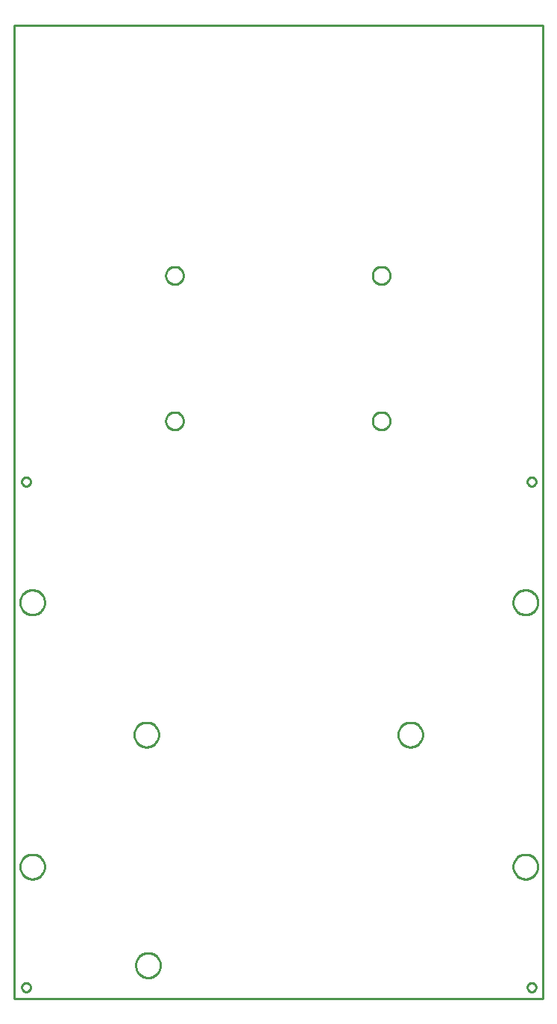
<source format=gbr>
G04 EAGLE Gerber RS-274X export*
G75*
%MOMM*%
%FSLAX34Y34*%
%LPD*%
%IN*%
%IPPOS*%
%AMOC8*
5,1,8,0,0,1.08239X$1,22.5*%
G01*
%ADD10C,0.254000*%


D10*
X0Y0D02*
X600120Y0D01*
X600120Y1104800D01*
X0Y1104800D01*
X0Y0D01*
X165790Y38224D02*
X165719Y39222D01*
X165576Y40211D01*
X165364Y41189D01*
X165082Y42148D01*
X164733Y43085D01*
X164317Y43995D01*
X163838Y44872D01*
X163297Y45714D01*
X162698Y46514D01*
X162043Y47270D01*
X161336Y47977D01*
X160580Y48632D01*
X159780Y49231D01*
X158938Y49772D01*
X158061Y50251D01*
X157151Y50667D01*
X156214Y51016D01*
X155255Y51298D01*
X154277Y51510D01*
X153288Y51653D01*
X152290Y51724D01*
X151290Y51724D01*
X150293Y51653D01*
X149303Y51510D01*
X148326Y51298D01*
X147366Y51016D01*
X146429Y50667D01*
X145519Y50251D01*
X144642Y49772D01*
X143800Y49231D01*
X143000Y48632D01*
X142244Y47977D01*
X141537Y47270D01*
X140882Y46514D01*
X140283Y45714D01*
X139742Y44872D01*
X139263Y43995D01*
X138847Y43085D01*
X138498Y42148D01*
X138216Y41189D01*
X138004Y40211D01*
X137861Y39222D01*
X137790Y38224D01*
X137790Y37224D01*
X137861Y36227D01*
X138004Y35237D01*
X138216Y34260D01*
X138498Y33300D01*
X138847Y32363D01*
X139263Y31453D01*
X139742Y30576D01*
X140283Y29734D01*
X140882Y28934D01*
X141537Y28178D01*
X142244Y27471D01*
X143000Y26816D01*
X143800Y26217D01*
X144642Y25676D01*
X145519Y25197D01*
X146429Y24781D01*
X147366Y24432D01*
X148326Y24150D01*
X149303Y23938D01*
X150293Y23795D01*
X151290Y23724D01*
X152290Y23724D01*
X153288Y23795D01*
X154277Y23938D01*
X155255Y24150D01*
X156214Y24432D01*
X157151Y24781D01*
X158061Y25197D01*
X158938Y25676D01*
X159780Y26217D01*
X160580Y26816D01*
X161336Y27471D01*
X162043Y28178D01*
X162698Y28934D01*
X163297Y29734D01*
X163838Y30576D01*
X164317Y31453D01*
X164733Y32363D01*
X165082Y33300D01*
X165364Y34260D01*
X165576Y35237D01*
X165719Y36227D01*
X165790Y37224D01*
X165790Y38224D01*
X191850Y820368D02*
X191774Y819499D01*
X191622Y818639D01*
X191396Y817795D01*
X191098Y816975D01*
X190729Y816183D01*
X190292Y815427D01*
X189791Y814712D01*
X189230Y814043D01*
X188612Y813425D01*
X187943Y812864D01*
X187228Y812363D01*
X186472Y811926D01*
X185680Y811557D01*
X184860Y811259D01*
X184016Y811033D01*
X183157Y810881D01*
X182287Y810805D01*
X181413Y810805D01*
X180544Y810881D01*
X179684Y811033D01*
X178840Y811259D01*
X178020Y811557D01*
X177228Y811926D01*
X176472Y812363D01*
X175757Y812864D01*
X175088Y813425D01*
X174470Y814043D01*
X173909Y814712D01*
X173408Y815427D01*
X172971Y816183D01*
X172602Y816975D01*
X172304Y817795D01*
X172078Y818639D01*
X171926Y819499D01*
X171850Y820368D01*
X171850Y821242D01*
X171926Y822112D01*
X172078Y822971D01*
X172304Y823815D01*
X172602Y824635D01*
X172971Y825427D01*
X173408Y826183D01*
X173909Y826898D01*
X174470Y827567D01*
X175088Y828185D01*
X175757Y828746D01*
X176472Y829247D01*
X177228Y829684D01*
X178020Y830053D01*
X178840Y830351D01*
X179684Y830577D01*
X180544Y830729D01*
X181413Y830805D01*
X182287Y830805D01*
X183157Y830729D01*
X184016Y830577D01*
X184860Y830351D01*
X185680Y830053D01*
X186472Y829684D01*
X187228Y829247D01*
X187943Y828746D01*
X188612Y828185D01*
X189230Y827567D01*
X189791Y826898D01*
X190292Y826183D01*
X190729Y825427D01*
X191098Y824635D01*
X191396Y823815D01*
X191622Y822971D01*
X191774Y822112D01*
X191850Y821242D01*
X191850Y820368D01*
X426610Y820368D02*
X426534Y819499D01*
X426382Y818639D01*
X426156Y817795D01*
X425858Y816975D01*
X425489Y816183D01*
X425052Y815427D01*
X424551Y814712D01*
X423990Y814043D01*
X423372Y813425D01*
X422703Y812864D01*
X421988Y812363D01*
X421232Y811926D01*
X420440Y811557D01*
X419620Y811259D01*
X418776Y811033D01*
X417917Y810881D01*
X417047Y810805D01*
X416173Y810805D01*
X415304Y810881D01*
X414444Y811033D01*
X413600Y811259D01*
X412780Y811557D01*
X411988Y811926D01*
X411232Y812363D01*
X410517Y812864D01*
X409848Y813425D01*
X409230Y814043D01*
X408669Y814712D01*
X408168Y815427D01*
X407731Y816183D01*
X407362Y816975D01*
X407064Y817795D01*
X406838Y818639D01*
X406686Y819499D01*
X406610Y820368D01*
X406610Y821242D01*
X406686Y822112D01*
X406838Y822971D01*
X407064Y823815D01*
X407362Y824635D01*
X407731Y825427D01*
X408168Y826183D01*
X408669Y826898D01*
X409230Y827567D01*
X409848Y828185D01*
X410517Y828746D01*
X411232Y829247D01*
X411988Y829684D01*
X412780Y830053D01*
X413600Y830351D01*
X414444Y830577D01*
X415304Y830729D01*
X416173Y830805D01*
X417047Y830805D01*
X417917Y830729D01*
X418776Y830577D01*
X419620Y830351D01*
X420440Y830053D01*
X421232Y829684D01*
X421988Y829247D01*
X422703Y828746D01*
X423372Y828185D01*
X423990Y827567D01*
X424551Y826898D01*
X425052Y826183D01*
X425489Y825427D01*
X425858Y824635D01*
X426156Y823815D01*
X426382Y822971D01*
X426534Y822112D01*
X426610Y821242D01*
X426610Y820368D01*
X426610Y655268D02*
X426534Y654399D01*
X426382Y653539D01*
X426156Y652695D01*
X425858Y651875D01*
X425489Y651083D01*
X425052Y650327D01*
X424551Y649612D01*
X423990Y648943D01*
X423372Y648325D01*
X422703Y647764D01*
X421988Y647263D01*
X421232Y646826D01*
X420440Y646457D01*
X419620Y646159D01*
X418776Y645933D01*
X417917Y645781D01*
X417047Y645705D01*
X416173Y645705D01*
X415304Y645781D01*
X414444Y645933D01*
X413600Y646159D01*
X412780Y646457D01*
X411988Y646826D01*
X411232Y647263D01*
X410517Y647764D01*
X409848Y648325D01*
X409230Y648943D01*
X408669Y649612D01*
X408168Y650327D01*
X407731Y651083D01*
X407362Y651875D01*
X407064Y652695D01*
X406838Y653539D01*
X406686Y654399D01*
X406610Y655268D01*
X406610Y656142D01*
X406686Y657012D01*
X406838Y657871D01*
X407064Y658715D01*
X407362Y659535D01*
X407731Y660327D01*
X408168Y661083D01*
X408669Y661798D01*
X409230Y662467D01*
X409848Y663085D01*
X410517Y663646D01*
X411232Y664147D01*
X411988Y664584D01*
X412780Y664953D01*
X413600Y665251D01*
X414444Y665477D01*
X415304Y665629D01*
X416173Y665705D01*
X417047Y665705D01*
X417917Y665629D01*
X418776Y665477D01*
X419620Y665251D01*
X420440Y664953D01*
X421232Y664584D01*
X421988Y664147D01*
X422703Y663646D01*
X423372Y663085D01*
X423990Y662467D01*
X424551Y661798D01*
X425052Y661083D01*
X425489Y660327D01*
X425858Y659535D01*
X426156Y658715D01*
X426382Y657871D01*
X426534Y657012D01*
X426610Y656142D01*
X426610Y655268D01*
X191850Y655268D02*
X191774Y654399D01*
X191622Y653539D01*
X191396Y652695D01*
X191098Y651875D01*
X190729Y651083D01*
X190292Y650327D01*
X189791Y649612D01*
X189230Y648943D01*
X188612Y648325D01*
X187943Y647764D01*
X187228Y647263D01*
X186472Y646826D01*
X185680Y646457D01*
X184860Y646159D01*
X184016Y645933D01*
X183157Y645781D01*
X182287Y645705D01*
X181413Y645705D01*
X180544Y645781D01*
X179684Y645933D01*
X178840Y646159D01*
X178020Y646457D01*
X177228Y646826D01*
X176472Y647263D01*
X175757Y647764D01*
X175088Y648325D01*
X174470Y648943D01*
X173909Y649612D01*
X173408Y650327D01*
X172971Y651083D01*
X172602Y651875D01*
X172304Y652695D01*
X172078Y653539D01*
X171926Y654399D01*
X171850Y655268D01*
X171850Y656142D01*
X171926Y657012D01*
X172078Y657871D01*
X172304Y658715D01*
X172602Y659535D01*
X172971Y660327D01*
X173408Y661083D01*
X173909Y661798D01*
X174470Y662467D01*
X175088Y663085D01*
X175757Y663646D01*
X176472Y664147D01*
X177228Y664584D01*
X178020Y664953D01*
X178840Y665251D01*
X179684Y665477D01*
X180544Y665629D01*
X181413Y665705D01*
X182287Y665705D01*
X183157Y665629D01*
X184016Y665477D01*
X184860Y665251D01*
X185680Y664953D01*
X186472Y664584D01*
X187228Y664147D01*
X187943Y663646D01*
X188612Y663085D01*
X189230Y662467D01*
X189791Y661798D01*
X190292Y661083D01*
X190729Y660327D01*
X191098Y659535D01*
X191396Y658715D01*
X191622Y657871D01*
X191774Y657012D01*
X191850Y656142D01*
X191850Y655268D01*
X34355Y449145D02*
X34284Y448148D01*
X34141Y447158D01*
X33929Y446181D01*
X33647Y445221D01*
X33298Y444284D01*
X32882Y443374D01*
X32403Y442497D01*
X31862Y441655D01*
X31263Y440855D01*
X30608Y440099D01*
X29901Y439392D01*
X29145Y438737D01*
X28345Y438138D01*
X27503Y437597D01*
X26626Y437118D01*
X25716Y436702D01*
X24779Y436353D01*
X23820Y436071D01*
X22842Y435859D01*
X21853Y435716D01*
X20855Y435645D01*
X19855Y435645D01*
X18858Y435716D01*
X17868Y435859D01*
X16891Y436071D01*
X15931Y436353D01*
X14994Y436702D01*
X14084Y437118D01*
X13207Y437597D01*
X12365Y438138D01*
X11565Y438737D01*
X10809Y439392D01*
X10102Y440099D01*
X9447Y440855D01*
X8848Y441655D01*
X8307Y442497D01*
X7828Y443374D01*
X7412Y444284D01*
X7063Y445221D01*
X6781Y446181D01*
X6569Y447158D01*
X6426Y448148D01*
X6355Y449145D01*
X6355Y450145D01*
X6426Y451143D01*
X6569Y452132D01*
X6781Y453110D01*
X7063Y454069D01*
X7412Y455006D01*
X7828Y455916D01*
X8307Y456793D01*
X8848Y457635D01*
X9447Y458435D01*
X10102Y459191D01*
X10809Y459898D01*
X11565Y460553D01*
X12365Y461152D01*
X13207Y461693D01*
X14084Y462172D01*
X14994Y462588D01*
X15931Y462937D01*
X16891Y463219D01*
X17868Y463431D01*
X18858Y463574D01*
X19855Y463645D01*
X20855Y463645D01*
X21853Y463574D01*
X22842Y463431D01*
X23820Y463219D01*
X24779Y462937D01*
X25716Y462588D01*
X26626Y462172D01*
X27503Y461693D01*
X28345Y461152D01*
X29145Y460553D01*
X29901Y459898D01*
X30608Y459191D01*
X31263Y458435D01*
X31862Y457635D01*
X32403Y456793D01*
X32882Y455916D01*
X33298Y455006D01*
X33647Y454069D01*
X33929Y453110D01*
X34141Y452132D01*
X34284Y451143D01*
X34355Y450145D01*
X34355Y449145D01*
X594355Y449145D02*
X594284Y448148D01*
X594141Y447158D01*
X593929Y446181D01*
X593647Y445221D01*
X593298Y444284D01*
X592882Y443374D01*
X592403Y442497D01*
X591862Y441655D01*
X591263Y440855D01*
X590608Y440099D01*
X589901Y439392D01*
X589145Y438737D01*
X588345Y438138D01*
X587503Y437597D01*
X586626Y437118D01*
X585716Y436702D01*
X584779Y436353D01*
X583820Y436071D01*
X582842Y435859D01*
X581853Y435716D01*
X580855Y435645D01*
X579855Y435645D01*
X578858Y435716D01*
X577868Y435859D01*
X576891Y436071D01*
X575931Y436353D01*
X574994Y436702D01*
X574084Y437118D01*
X573207Y437597D01*
X572365Y438138D01*
X571565Y438737D01*
X570809Y439392D01*
X570102Y440099D01*
X569447Y440855D01*
X568848Y441655D01*
X568307Y442497D01*
X567828Y443374D01*
X567412Y444284D01*
X567063Y445221D01*
X566781Y446181D01*
X566569Y447158D01*
X566426Y448148D01*
X566355Y449145D01*
X566355Y450145D01*
X566426Y451143D01*
X566569Y452132D01*
X566781Y453110D01*
X567063Y454069D01*
X567412Y455006D01*
X567828Y455916D01*
X568307Y456793D01*
X568848Y457635D01*
X569447Y458435D01*
X570102Y459191D01*
X570809Y459898D01*
X571565Y460553D01*
X572365Y461152D01*
X573207Y461693D01*
X574084Y462172D01*
X574994Y462588D01*
X575931Y462937D01*
X576891Y463219D01*
X577868Y463431D01*
X578858Y463574D01*
X579855Y463645D01*
X580855Y463645D01*
X581853Y463574D01*
X582842Y463431D01*
X583820Y463219D01*
X584779Y462937D01*
X585716Y462588D01*
X586626Y462172D01*
X587503Y461693D01*
X588345Y461152D01*
X589145Y460553D01*
X589901Y459898D01*
X590608Y459191D01*
X591263Y458435D01*
X591862Y457635D01*
X592403Y456793D01*
X592882Y455916D01*
X593298Y455006D01*
X593647Y454069D01*
X593929Y453110D01*
X594141Y452132D01*
X594284Y451143D01*
X594355Y450145D01*
X594355Y449145D01*
X34355Y149145D02*
X34284Y148148D01*
X34141Y147158D01*
X33929Y146181D01*
X33647Y145221D01*
X33298Y144284D01*
X32882Y143374D01*
X32403Y142497D01*
X31862Y141655D01*
X31263Y140855D01*
X30608Y140099D01*
X29901Y139392D01*
X29145Y138737D01*
X28345Y138138D01*
X27503Y137597D01*
X26626Y137118D01*
X25716Y136702D01*
X24779Y136353D01*
X23820Y136071D01*
X22842Y135859D01*
X21853Y135716D01*
X20855Y135645D01*
X19855Y135645D01*
X18858Y135716D01*
X17868Y135859D01*
X16891Y136071D01*
X15931Y136353D01*
X14994Y136702D01*
X14084Y137118D01*
X13207Y137597D01*
X12365Y138138D01*
X11565Y138737D01*
X10809Y139392D01*
X10102Y140099D01*
X9447Y140855D01*
X8848Y141655D01*
X8307Y142497D01*
X7828Y143374D01*
X7412Y144284D01*
X7063Y145221D01*
X6781Y146181D01*
X6569Y147158D01*
X6426Y148148D01*
X6355Y149145D01*
X6355Y150145D01*
X6426Y151143D01*
X6569Y152132D01*
X6781Y153110D01*
X7063Y154069D01*
X7412Y155006D01*
X7828Y155916D01*
X8307Y156793D01*
X8848Y157635D01*
X9447Y158435D01*
X10102Y159191D01*
X10809Y159898D01*
X11565Y160553D01*
X12365Y161152D01*
X13207Y161693D01*
X14084Y162172D01*
X14994Y162588D01*
X15931Y162937D01*
X16891Y163219D01*
X17868Y163431D01*
X18858Y163574D01*
X19855Y163645D01*
X20855Y163645D01*
X21853Y163574D01*
X22842Y163431D01*
X23820Y163219D01*
X24779Y162937D01*
X25716Y162588D01*
X26626Y162172D01*
X27503Y161693D01*
X28345Y161152D01*
X29145Y160553D01*
X29901Y159898D01*
X30608Y159191D01*
X31263Y158435D01*
X31862Y157635D01*
X32403Y156793D01*
X32882Y155916D01*
X33298Y155006D01*
X33647Y154069D01*
X33929Y153110D01*
X34141Y152132D01*
X34284Y151143D01*
X34355Y150145D01*
X34355Y149145D01*
X594355Y149145D02*
X594284Y148148D01*
X594141Y147158D01*
X593929Y146181D01*
X593647Y145221D01*
X593298Y144284D01*
X592882Y143374D01*
X592403Y142497D01*
X591862Y141655D01*
X591263Y140855D01*
X590608Y140099D01*
X589901Y139392D01*
X589145Y138737D01*
X588345Y138138D01*
X587503Y137597D01*
X586626Y137118D01*
X585716Y136702D01*
X584779Y136353D01*
X583820Y136071D01*
X582842Y135859D01*
X581853Y135716D01*
X580855Y135645D01*
X579855Y135645D01*
X578858Y135716D01*
X577868Y135859D01*
X576891Y136071D01*
X575931Y136353D01*
X574994Y136702D01*
X574084Y137118D01*
X573207Y137597D01*
X572365Y138138D01*
X571565Y138737D01*
X570809Y139392D01*
X570102Y140099D01*
X569447Y140855D01*
X568848Y141655D01*
X568307Y142497D01*
X567828Y143374D01*
X567412Y144284D01*
X567063Y145221D01*
X566781Y146181D01*
X566569Y147158D01*
X566426Y148148D01*
X566355Y149145D01*
X566355Y150145D01*
X566426Y151143D01*
X566569Y152132D01*
X566781Y153110D01*
X567063Y154069D01*
X567412Y155006D01*
X567828Y155916D01*
X568307Y156793D01*
X568848Y157635D01*
X569447Y158435D01*
X570102Y159191D01*
X570809Y159898D01*
X571565Y160553D01*
X572365Y161152D01*
X573207Y161693D01*
X574084Y162172D01*
X574994Y162588D01*
X575931Y162937D01*
X576891Y163219D01*
X577868Y163431D01*
X578858Y163574D01*
X579855Y163645D01*
X580855Y163645D01*
X581853Y163574D01*
X582842Y163431D01*
X583820Y163219D01*
X584779Y162937D01*
X585716Y162588D01*
X586626Y162172D01*
X587503Y161693D01*
X588345Y161152D01*
X589145Y160553D01*
X589901Y159898D01*
X590608Y159191D01*
X591263Y158435D01*
X591862Y157635D01*
X592403Y156793D01*
X592882Y155916D01*
X593298Y155006D01*
X593647Y154069D01*
X593929Y153110D01*
X594141Y152132D01*
X594284Y151143D01*
X594355Y150145D01*
X594355Y149145D01*
X18355Y586364D02*
X18292Y585806D01*
X18167Y585259D01*
X17982Y584729D01*
X17738Y584223D01*
X17439Y583747D01*
X17089Y583308D01*
X16692Y582911D01*
X16253Y582561D01*
X15777Y582262D01*
X15271Y582018D01*
X14741Y581833D01*
X14194Y581708D01*
X13636Y581645D01*
X13074Y581645D01*
X12516Y581708D01*
X11969Y581833D01*
X11439Y582018D01*
X10933Y582262D01*
X10457Y582561D01*
X10018Y582911D01*
X9621Y583308D01*
X9271Y583747D01*
X8972Y584223D01*
X8728Y584729D01*
X8543Y585259D01*
X8418Y585806D01*
X8355Y586364D01*
X8355Y586926D01*
X8418Y587484D01*
X8543Y588031D01*
X8728Y588561D01*
X8972Y589067D01*
X9271Y589543D01*
X9621Y589982D01*
X10018Y590379D01*
X10457Y590729D01*
X10933Y591028D01*
X11439Y591272D01*
X11969Y591457D01*
X12516Y591582D01*
X13074Y591645D01*
X13636Y591645D01*
X14194Y591582D01*
X14741Y591457D01*
X15271Y591272D01*
X15777Y591028D01*
X16253Y590729D01*
X16692Y590379D01*
X17089Y589982D01*
X17439Y589543D01*
X17738Y589067D01*
X17982Y588561D01*
X18167Y588031D01*
X18292Y587484D01*
X18355Y586926D01*
X18355Y586364D01*
X592355Y586364D02*
X592292Y585806D01*
X592167Y585259D01*
X591982Y584729D01*
X591738Y584223D01*
X591439Y583747D01*
X591089Y583308D01*
X590692Y582911D01*
X590253Y582561D01*
X589777Y582262D01*
X589271Y582018D01*
X588741Y581833D01*
X588194Y581708D01*
X587636Y581645D01*
X587074Y581645D01*
X586516Y581708D01*
X585969Y581833D01*
X585439Y582018D01*
X584933Y582262D01*
X584457Y582561D01*
X584018Y582911D01*
X583621Y583308D01*
X583271Y583747D01*
X582972Y584223D01*
X582728Y584729D01*
X582543Y585259D01*
X582418Y585806D01*
X582355Y586364D01*
X582355Y586926D01*
X582418Y587484D01*
X582543Y588031D01*
X582728Y588561D01*
X582972Y589067D01*
X583271Y589543D01*
X583621Y589982D01*
X584018Y590379D01*
X584457Y590729D01*
X584933Y591028D01*
X585439Y591272D01*
X585969Y591457D01*
X586516Y591582D01*
X587074Y591645D01*
X587636Y591645D01*
X588194Y591582D01*
X588741Y591457D01*
X589271Y591272D01*
X589777Y591028D01*
X590253Y590729D01*
X590692Y590379D01*
X591089Y589982D01*
X591439Y589543D01*
X591738Y589067D01*
X591982Y588561D01*
X592167Y588031D01*
X592292Y587484D01*
X592355Y586926D01*
X592355Y586364D01*
X18355Y12364D02*
X18292Y11806D01*
X18167Y11259D01*
X17982Y10729D01*
X17738Y10223D01*
X17439Y9747D01*
X17089Y9308D01*
X16692Y8911D01*
X16253Y8561D01*
X15777Y8262D01*
X15271Y8018D01*
X14741Y7833D01*
X14194Y7708D01*
X13636Y7645D01*
X13074Y7645D01*
X12516Y7708D01*
X11969Y7833D01*
X11439Y8018D01*
X10933Y8262D01*
X10457Y8561D01*
X10018Y8911D01*
X9621Y9308D01*
X9271Y9747D01*
X8972Y10223D01*
X8728Y10729D01*
X8543Y11259D01*
X8418Y11806D01*
X8355Y12364D01*
X8355Y12926D01*
X8418Y13484D01*
X8543Y14031D01*
X8728Y14561D01*
X8972Y15067D01*
X9271Y15543D01*
X9621Y15982D01*
X10018Y16379D01*
X10457Y16729D01*
X10933Y17028D01*
X11439Y17272D01*
X11969Y17457D01*
X12516Y17582D01*
X13074Y17645D01*
X13636Y17645D01*
X14194Y17582D01*
X14741Y17457D01*
X15271Y17272D01*
X15777Y17028D01*
X16253Y16729D01*
X16692Y16379D01*
X17089Y15982D01*
X17439Y15543D01*
X17738Y15067D01*
X17982Y14561D01*
X18167Y14031D01*
X18292Y13484D01*
X18355Y12926D01*
X18355Y12364D01*
X592355Y12364D02*
X592292Y11806D01*
X592167Y11259D01*
X591982Y10729D01*
X591738Y10223D01*
X591439Y9747D01*
X591089Y9308D01*
X590692Y8911D01*
X590253Y8561D01*
X589777Y8262D01*
X589271Y8018D01*
X588741Y7833D01*
X588194Y7708D01*
X587636Y7645D01*
X587074Y7645D01*
X586516Y7708D01*
X585969Y7833D01*
X585439Y8018D01*
X584933Y8262D01*
X584457Y8561D01*
X584018Y8911D01*
X583621Y9308D01*
X583271Y9747D01*
X582972Y10223D01*
X582728Y10729D01*
X582543Y11259D01*
X582418Y11806D01*
X582355Y12364D01*
X582355Y12926D01*
X582418Y13484D01*
X582543Y14031D01*
X582728Y14561D01*
X582972Y15067D01*
X583271Y15543D01*
X583621Y15982D01*
X584018Y16379D01*
X584457Y16729D01*
X584933Y17028D01*
X585439Y17272D01*
X585969Y17457D01*
X586516Y17582D01*
X587074Y17645D01*
X587636Y17645D01*
X588194Y17582D01*
X588741Y17457D01*
X589271Y17272D01*
X589777Y17028D01*
X590253Y16729D01*
X590692Y16379D01*
X591089Y15982D01*
X591439Y15543D01*
X591738Y15067D01*
X591982Y14561D01*
X592167Y14031D01*
X592292Y13484D01*
X592355Y12926D01*
X592355Y12364D01*
X163895Y299005D02*
X163824Y298008D01*
X163681Y297018D01*
X163469Y296041D01*
X163187Y295081D01*
X162838Y294144D01*
X162422Y293234D01*
X161943Y292357D01*
X161402Y291515D01*
X160803Y290715D01*
X160148Y289959D01*
X159441Y289252D01*
X158685Y288597D01*
X157885Y287998D01*
X157043Y287457D01*
X156166Y286978D01*
X155256Y286562D01*
X154319Y286213D01*
X153360Y285931D01*
X152382Y285719D01*
X151393Y285576D01*
X150395Y285505D01*
X149395Y285505D01*
X148398Y285576D01*
X147408Y285719D01*
X146431Y285931D01*
X145471Y286213D01*
X144534Y286562D01*
X143624Y286978D01*
X142747Y287457D01*
X141905Y287998D01*
X141105Y288597D01*
X140349Y289252D01*
X139642Y289959D01*
X138987Y290715D01*
X138388Y291515D01*
X137847Y292357D01*
X137368Y293234D01*
X136952Y294144D01*
X136603Y295081D01*
X136321Y296041D01*
X136109Y297018D01*
X135966Y298008D01*
X135895Y299005D01*
X135895Y300005D01*
X135966Y301003D01*
X136109Y301992D01*
X136321Y302970D01*
X136603Y303929D01*
X136952Y304866D01*
X137368Y305776D01*
X137847Y306653D01*
X138388Y307495D01*
X138987Y308295D01*
X139642Y309051D01*
X140349Y309758D01*
X141105Y310413D01*
X141905Y311012D01*
X142747Y311553D01*
X143624Y312032D01*
X144534Y312448D01*
X145471Y312797D01*
X146431Y313079D01*
X147408Y313291D01*
X148398Y313434D01*
X149395Y313505D01*
X150395Y313505D01*
X151393Y313434D01*
X152382Y313291D01*
X153360Y313079D01*
X154319Y312797D01*
X155256Y312448D01*
X156166Y312032D01*
X157043Y311553D01*
X157885Y311012D01*
X158685Y310413D01*
X159441Y309758D01*
X160148Y309051D01*
X160803Y308295D01*
X161402Y307495D01*
X161943Y306653D01*
X162422Y305776D01*
X162838Y304866D01*
X163187Y303929D01*
X163469Y302970D01*
X163681Y301992D01*
X163824Y301003D01*
X163895Y300005D01*
X163895Y299005D01*
X463615Y299005D02*
X463544Y298008D01*
X463401Y297018D01*
X463189Y296041D01*
X462907Y295081D01*
X462558Y294144D01*
X462142Y293234D01*
X461663Y292357D01*
X461122Y291515D01*
X460523Y290715D01*
X459868Y289959D01*
X459161Y289252D01*
X458405Y288597D01*
X457605Y287998D01*
X456763Y287457D01*
X455886Y286978D01*
X454976Y286562D01*
X454039Y286213D01*
X453080Y285931D01*
X452102Y285719D01*
X451113Y285576D01*
X450115Y285505D01*
X449115Y285505D01*
X448118Y285576D01*
X447128Y285719D01*
X446151Y285931D01*
X445191Y286213D01*
X444254Y286562D01*
X443344Y286978D01*
X442467Y287457D01*
X441625Y287998D01*
X440825Y288597D01*
X440069Y289252D01*
X439362Y289959D01*
X438707Y290715D01*
X438108Y291515D01*
X437567Y292357D01*
X437088Y293234D01*
X436672Y294144D01*
X436323Y295081D01*
X436041Y296041D01*
X435829Y297018D01*
X435686Y298008D01*
X435615Y299005D01*
X435615Y300005D01*
X435686Y301003D01*
X435829Y301992D01*
X436041Y302970D01*
X436323Y303929D01*
X436672Y304866D01*
X437088Y305776D01*
X437567Y306653D01*
X438108Y307495D01*
X438707Y308295D01*
X439362Y309051D01*
X440069Y309758D01*
X440825Y310413D01*
X441625Y311012D01*
X442467Y311553D01*
X443344Y312032D01*
X444254Y312448D01*
X445191Y312797D01*
X446151Y313079D01*
X447128Y313291D01*
X448118Y313434D01*
X449115Y313505D01*
X450115Y313505D01*
X451113Y313434D01*
X452102Y313291D01*
X453080Y313079D01*
X454039Y312797D01*
X454976Y312448D01*
X455886Y312032D01*
X456763Y311553D01*
X457605Y311012D01*
X458405Y310413D01*
X459161Y309758D01*
X459868Y309051D01*
X460523Y308295D01*
X461122Y307495D01*
X461663Y306653D01*
X462142Y305776D01*
X462558Y304866D01*
X462907Y303929D01*
X463189Y302970D01*
X463401Y301992D01*
X463544Y301003D01*
X463615Y300005D01*
X463615Y299005D01*
M02*

</source>
